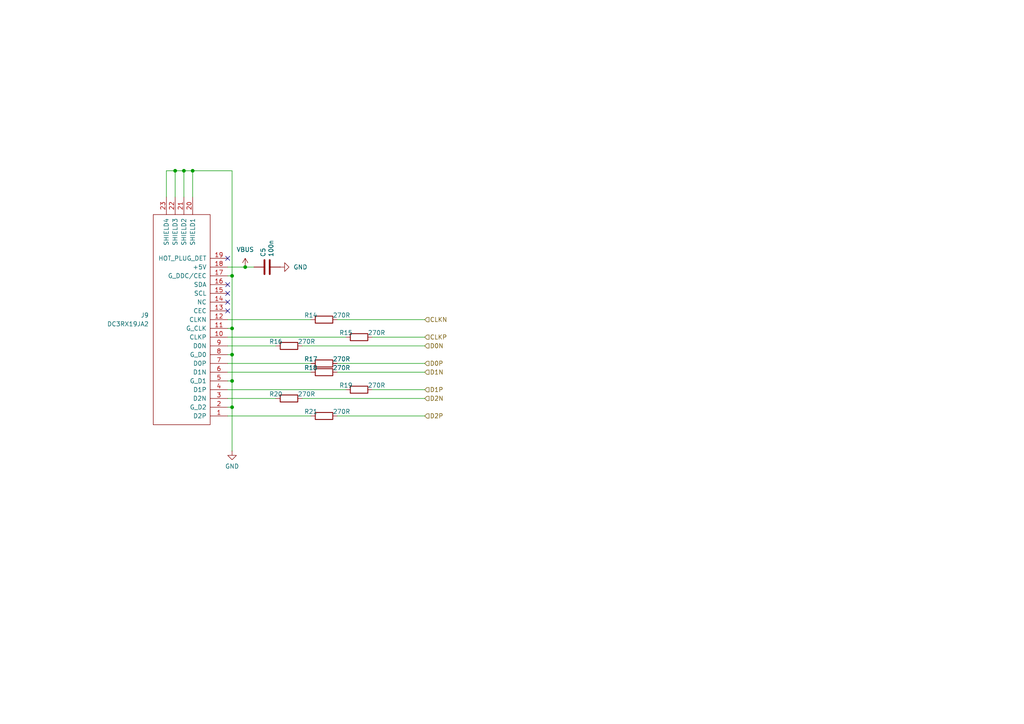
<source format=kicad_sch>
(kicad_sch (version 20250114) (generator "eeschema") (generator_version "9.0")
  (paper "A4")
  (title_block (title "TurboFRANK") (date "2025-03-19") (rev "1.04") (company "Mikhail Matveev") (comment 1 "https://github.com/xtremespb/frank"))
  (lib_symbols
    (symbol "Device:C" (pin_numbers (hide yes)) (pin_names (offset 0.254))
      (property "Reference" "C" (at 0.635 2.54 0))
      (property "Value" "C" (at 0.635 -2.54 0))
      (symbol "C_0_1"
        (polyline (pts (xy -2.032 0.762) (xy 2.032 0.762)) (stroke (width 0.508)))
        (polyline (pts (xy -2.032 -0.762) (xy 2.032 -0.762)) (stroke (width 0.508)))
      )
      (symbol "C_1_1"
        (pin passive line (at 0 3.81 270) (length 2.794) (name "~") (number "1"))
        (pin passive line (at 0 -3.81 90) (length 2.794) (name "~") (number "2"))
      )
    )
    (symbol "Device:R" (pin_numbers (hide yes)) (pin_names (offset 0))
      (property "Reference" "R" (at 2.032 0 90))
      (property "Value" "R" (at 0 0 90))
      (symbol "R_0_1"
        (rectangle (start -1.016 -2.54) (end 1.016 2.54) (stroke (width 0.254)))
      )
      (symbol "R_1_1"
        (pin passive line (at 0 3.81 270) (length 1.27) (name "~") (number "1"))
        (pin passive line (at 0 -3.81 90) (length 1.27) (name "~") (number "2"))
      )
    )
    (symbol "FRANK:HDMI" (pin_names (offset 1.016))
      (property "Reference" "HDMI1" (at 12.7 -16.5101 0))
      (property "Value" "HDMI" (at 12.7 -13.9701 0))
      (symbol "HDMI_0_1"
        (rectangle (start -5.08 15.24) (end 11.43 -45.72))
      )
      (symbol "HDMI_1_1"
        (pin input line (at -10.16 12.7 0) (length 5.08) (name "D2P") (number "1"))
        (pin input line (at -10.16 10.16 0) (length 5.08) (name "G_D2") (number "2"))
        (pin input line (at -10.16 7.62 0) (length 5.08) (name "D2N") (number "3"))
        (pin input line (at -10.16 5.08 0) (length 5.08) (name "D1P") (number "4"))
        (pin input line (at -10.16 2.54 0) (length 5.08) (name "G_D1") (number "5"))
        (pin input line (at -10.16 0 0) (length 5.08) (name "D1N") (number "6"))
        (pin input line (at -10.16 -2.54 0) (length 5.08) (name "D0P") (number "7"))
        (pin input line (at -10.16 -5.08 0) (length 5.08) (name "G_D0") (number "8"))
        (pin input line (at -10.16 -7.62 0) (length 5.08) (name "D0N") (number "9"))
        (pin input line (at -10.16 -10.16 0) (length 5.08) (name "CLKP") (number "10"))
        (pin input line (at -10.16 -12.7 0) (length 5.08) (name "G_CLK") (number "11"))
        (pin input line (at -10.16 -15.24 0) (length 5.08) (name "CLKN") (number "12"))
        (pin input line (at -10.16 -17.78 0) (length 5.08) (name "CEC") (number "13"))
        (pin input line (at -10.16 -20.32 0) (length 5.08) (name "NC") (number "14"))
        (pin input line (at -10.16 -22.86 0) (length 5.08) (name "SCL") (number "15"))
        (pin input line (at -10.16 -25.4 0) (length 5.08) (name "SDA") (number "16"))
        (pin input line (at -10.16 -27.94 0) (length 5.08) (name "G_DDC/CEC") (number "17"))
        (pin input line (at -10.16 -30.48 0) (length 5.08) (name "+5V") (number "18"))
        (pin input line (at -10.16 -33.02 0) (length 5.08) (name "HOT_PLUG_DET") (number "19"))
        (pin input line (at 0 -50.8 90) (length 5.08) (name "SHIELD1") (number "20"))
        (pin input line (at 2.54 -50.8 90) (length 5.08) (name "SHIELD2") (number "21"))
        (pin input line (at 5.08 -50.8 90) (length 5.08) (name "SHIELD3") (number "22"))
        (pin input line (at 7.62 -50.8 90) (length 5.08) (name "SHIELD4") (number "23"))
      )
    )
    (symbol "GND_1" (power) (pin_numbers (hide yes)) (pin_names (offset 0) (hide yes))
      (property "Value" "GND" (at 0 -3.81 0))
      (symbol "GND_1_0_1"
        (polyline (pts (xy 0 0) (xy 0 -1.27) (xy 1.27 -1.27) (xy 0 -2.54) (xy -1.27 -1.27) (xy 0 -1.27)))
      )
      (symbol "GND_1_1_1"
        (pin power_in line (at 0 0 270) (length 0) (name "~") (number "1"))
      )
    )
    (symbol "power:GND" (power) (pin_numbers (hide yes)) (pin_names (offset 0) (hide yes))
      (property "Value" "GND" (at 0 -3.81 0))
      (symbol "GND_0_1"
        (polyline (pts (xy 0 0) (xy 0 -1.27) (xy 1.27 -1.27) (xy 0 -2.54) (xy -1.27 -1.27) (xy 0 -1.27)))
      )
      (symbol "GND_1_1"
        (pin power_in line (at 0 0 270) (length 0) (name "~") (number "1"))
      )
    )
    (symbol "power:VBUS" (power) (pin_numbers (hide yes)) (pin_names (offset 0) (hide yes))
      (property "Value" "VBUS" (at 0 3.556 0))
      (symbol "VBUS_0_1"
        (polyline (pts (xy -0.762 1.27) (xy 0 2.54)))
        (polyline (pts (xy 0 2.54) (xy 0.762 1.27)))
        (polyline (pts (xy 0 0) (xy 0 2.54)))
      )
      (symbol "VBUS_1_1"
        (pin power_in line (at 0 0 90) (length 0) (name "~") (number "1"))
      )
    )
  )
  (junction (at 71.12 77.47))
  (junction (at 67.31 110.49))
  (junction (at 50.8 49.53))
  (junction (at 67.31 80.01))
  (junction (at 67.31 95.25))
  (junction (at 67.31 118.11))
  (junction (at 55.88 49.53))
  (junction (at 67.31 102.87))
  (junction (at 53.34 49.53))
  (no_connect (at 66.04 90.17))
  (no_connect (at 66.04 85.09))
  (no_connect (at 66.04 87.63))
  (no_connect (at 66.04 74.93))
  (no_connect (at 66.04 82.55))
  (wire (pts (xy 66.04 95.25) (xy 67.31 95.25)))
  (wire (pts (xy 67.31 110.49) (xy 67.31 118.11)))
  (wire (pts (xy 66.04 105.41) (xy 90.17 105.41)))
  (wire (pts (xy 87.63 115.57) (xy 123.19 115.57)))
  (wire (pts (xy 66.04 120.65) (xy 90.17 120.65)))
  (wire (pts (xy 66.04 102.87) (xy 67.31 102.87)))
  (wire (pts (xy 67.31 49.53) (xy 55.88 49.53)))
  (wire (pts (xy 53.34 49.53) (xy 53.34 57.15)))
  (wire (pts (xy 87.63 100.33) (xy 123.19 100.33)))
  (wire (pts (xy 55.88 49.53) (xy 53.34 49.53)))
  (wire (pts (xy 107.95 113.03) (xy 123.19 113.03)))
  (wire (pts (xy 67.31 102.87) (xy 67.31 110.49)))
  (wire (pts (xy 67.31 95.25) (xy 67.31 102.87)))
  (wire (pts (xy 97.79 107.95) (xy 123.19 107.95)))
  (wire (pts (xy 50.8 49.53) (xy 50.8 57.15)))
  (wire (pts (xy 66.04 92.71) (xy 90.17 92.71)))
  (wire (pts (xy 66.04 77.47) (xy 71.12 77.47)))
  (wire (pts (xy 66.04 113.03) (xy 100.33 113.03)))
  (wire (pts (xy 66.04 118.11) (xy 67.31 118.11)))
  (wire (pts (xy 67.31 118.11) (xy 67.31 130.81)))
  (wire (pts (xy 97.79 92.71) (xy 123.19 92.71)))
  (wire (pts (xy 97.79 105.41) (xy 123.19 105.41)))
  (wire (pts (xy 67.31 95.25) (xy 67.31 80.01)))
  (wire (pts (xy 50.8 49.53) (xy 48.26 49.53)))
  (wire (pts (xy 66.04 110.49) (xy 67.31 110.49)))
  (wire (pts (xy 66.04 80.01) (xy 67.31 80.01)))
  (wire (pts (xy 66.04 97.79) (xy 100.33 97.79)))
  (wire (pts (xy 67.31 80.01) (xy 67.31 49.53)))
  (wire (pts (xy 71.12 77.47) (xy 73.66 77.47)))
  (wire (pts (xy 107.95 97.79) (xy 123.19 97.79)))
  (wire (pts (xy 66.04 115.57) (xy 80.01 115.57)))
  (wire (pts (xy 53.34 49.53) (xy 50.8 49.53)))
  (wire (pts (xy 66.04 107.95) (xy 90.17 107.95)))
  (wire (pts (xy 48.26 49.53) (xy 48.26 57.15)))
  (wire (pts (xy 55.88 49.53) (xy 55.88 57.15)))
  (wire (pts (xy 97.79 120.65) (xy 123.19 120.65)))
  (wire (pts (xy 66.04 100.33) (xy 80.01 100.33)))
  (hierarchical_label "D2P" (shape input) (at 123.19 120.65 0))
  (hierarchical_label "CLKP" (shape input) (at 123.19 97.79 0))
  (hierarchical_label "D2N" (shape input) (at 123.19 115.57 0))
  (hierarchical_label "CLKN" (shape input) (at 123.19 92.71 0))
  (hierarchical_label "D0P" (shape input) (at 123.19 105.41 0))
  (hierarchical_label "D1P" (shape input) (at 123.19 113.03 0))
  (hierarchical_label "D0N" (shape input) (at 123.19 100.33 0))
  (hierarchical_label "D1N" (shape input) (at 123.19 107.95 0))
  (symbol (lib_id "Device:R") (at 93.98 105.41 90) (unit 1)
    (property "Reference" "R17" (at 90.17 104.14 90))
    (property "Value" "270R" (at 99.06 104.14 90))
    (property "Footprint" "FRANK:Resistor (0805)" (effects (hide yes)))
    (property "Datasheet" "https://www.vishay.com/docs/28952/mcs0402at-mct0603at-mcu0805at-mca1206at.pdf" (effects (hide yes)))
    (property "AliExpress" "https://www.aliexpress.com/item/1005005945735199.html" (effects (hide yes)))
  )
  (symbol (lib_id "Device:R") (at 104.14 113.03 90) (unit 1)
    (property "Reference" "R19" (at 100.33 111.76 90))
    (property "Value" "270R" (at 109.22 111.76 90))
    (property "Footprint" "FRANK:Resistor (0805)" (effects (hide yes)))
    (property "Datasheet" "https://www.vishay.com/docs/28952/mcs0402at-mct0603at-mcu0805at-mca1206at.pdf" (effects (hide yes)))
    (property "AliExpress" "https://www.aliexpress.com/item/1005005945735199.html" (effects (hide yes)))
  )
  (symbol (lib_id "Device:R") (at 93.98 92.71 90) (unit 1)
    (property "Reference" "R14" (at 90.17 91.44 90))
    (property "Value" "270R" (at 99.06 91.44 90))
    (property "Footprint" "FRANK:Resistor (0805)" (effects (hide yes)))
    (property "Datasheet" "https://www.vishay.com/docs/28952/mcs0402at-mct0603at-mcu0805at-mca1206at.pdf" (effects (hide yes)))
    (property "AliExpress" "https://www.aliexpress.com/item/1005005945735199.html" (effects (hide yes)))
  )
  (symbol (lib_id "power:VBUS") (at 71.12 77.47 0) (unit 1)
    (property "Reference" "#PWR039" (effects (hide yes)))
    (property "Value" "VBUS" (at 71.12 72.39 0))
    (property "Description" "Power symbol creates a global label with name \"VBUS\"" (effects (hide yes)))
  )
  (symbol (lib_id "Device:R") (at 93.98 107.95 90) (unit 1)
    (property "Reference" "R18" (at 90.17 106.68 90))
    (property "Value" "270R" (at 99.06 106.68 90))
    (property "Footprint" "FRANK:Resistor (0805)" (effects (hide yes)))
    (property "Datasheet" "https://www.vishay.com/docs/28952/mcs0402at-mct0603at-mcu0805at-mca1206at.pdf" (effects (hide yes)))
    (property "AliExpress" "https://www.aliexpress.com/item/1005005945735199.html" (effects (hide yes)))
  )
  (symbol (lib_id "Device:C") (at 77.47 77.47 90) (unit 1)
    (property "Reference" "C5" (at 76.3016 74.549 0) (effects (justify left)))
    (property "Value" "100n" (at 78.613 74.549 0) (effects (justify left)))
    (property "Footprint" "FRANK:Capacitor (0805)" (effects (hide yes)))
    (property "Datasheet" "https://eu.mouser.com/datasheet/2/40/KGM_X7R-3223212.pdf" (effects (hide yes)))
    (property "AliExpress" "https://www.aliexpress.com/item/33008008276.html" (effects (hide yes)))
  )
  (symbol (lib_id "Device:R") (at 83.82 100.33 90) (unit 1)
    (property "Reference" "R16" (at 80.01 99.06 90))
    (property "Value" "270R" (at 88.9 99.06 90))
    (property "Footprint" "FRANK:Resistor (0805)" (effects (hide yes)))
    (property "Datasheet" "https://www.vishay.com/docs/28952/mcs0402at-mct0603at-mcu0805at-mca1206at.pdf" (effects (hide yes)))
    (property "AliExpress" "https://www.aliexpress.com/item/1005005945735199.html" (effects (hide yes)))
  )
  (symbol (lib_id "power:GND") (at 67.31 130.81 0) (unit 1)
    (property "Reference" "#PWR041" (effects (hide yes)))
    (property "Value" "GND" (at 67.31 135.2534 0))
    (property "Description" "Power symbol creates a global label with name \"GND\" , ground" (effects (hide yes)))
  )
  (symbol (lib_name "GND_1") (lib_id "power:GND") (at 81.28 77.47 90) (unit 1)
    (property "Reference" "#PWR040" (effects (hide yes)))
    (property "Value" "GND" (at 85.09 77.4699 90) (effects (justify right)))
    (property "Description" "Power symbol creates a global label with name \"GND\" , ground" (effects (hide yes)))
  )
  (symbol (lib_id "Device:R") (at 104.14 97.79 90) (unit 1)
    (property "Reference" "R15" (at 100.33 96.52 90))
    (property "Value" "270R" (at 109.22 96.52 90))
    (property "Footprint" "FRANK:Resistor (0805)" (effects (hide yes)))
    (property "Datasheet" "https://www.vishay.com/docs/28952/mcs0402at-mct0603at-mcu0805at-mca1206at.pdf" (effects (hide yes)))
    (property "AliExpress" "https://www.aliexpress.com/item/1005005945735199.html" (effects (hide yes)))
  )
  (symbol (lib_id "FRANK:HDMI") (at 55.88 107.95 180) (unit 1)
    (property "Reference" "J9" (at 43.18 91.4399 0) (effects (justify left)))
    (property "Value" "DC3RX19JA2" (at 43.18 93.9799 0) (effects (justify left)))
    (property "Footprint" "FRANK:HDMI (female)" (effects (hide yes)))
    (property "Datasheet" "https://www.mouser.com/datasheet/2/206/B_0233_2E_DC3-784461.pdf?srsltid=AfmBOopfNOwkdmYR2Zf10LYIa6wS_lfZGGRTVzb0297kvAyc-1zmhqWc" (effects (hide yes)))
    (property "AliExpress" "https://www.aliexpress.com/item/1005005248842433.html" (effects (hide yes)))
  )
  (symbol (lib_id "Device:R") (at 93.98 120.65 90) (unit 1)
    (property "Reference" "R21" (at 90.17 119.38 90))
    (property "Value" "270R" (at 99.06 119.38 90))
    (property "Footprint" "FRANK:Resistor (0805)" (effects (hide yes)))
    (property "Datasheet" "https://www.vishay.com/docs/28952/mcs0402at-mct0603at-mcu0805at-mca1206at.pdf" (effects (hide yes)))
    (property "AliExpress" "https://www.aliexpress.com/item/1005005945735199.html" (effects (hide yes)))
  )
  (symbol (lib_id "Device:R") (at 83.82 115.57 90) (unit 1)
    (property "Reference" "R20" (at 80.01 114.3 90))
    (property "Value" "270R" (at 88.9 114.3 90))
    (property "Footprint" "FRANK:Resistor (0805)" (effects (hide yes)))
    (property "Datasheet" "https://www.vishay.com/docs/28952/mcs0402at-mct0603at-mcu0805at-mca1206at.pdf" (effects (hide yes)))
    (property "AliExpress" "https://www.aliexpress.com/item/1005005945735199.html" (effects (hide yes)))
  )
)
</source>
